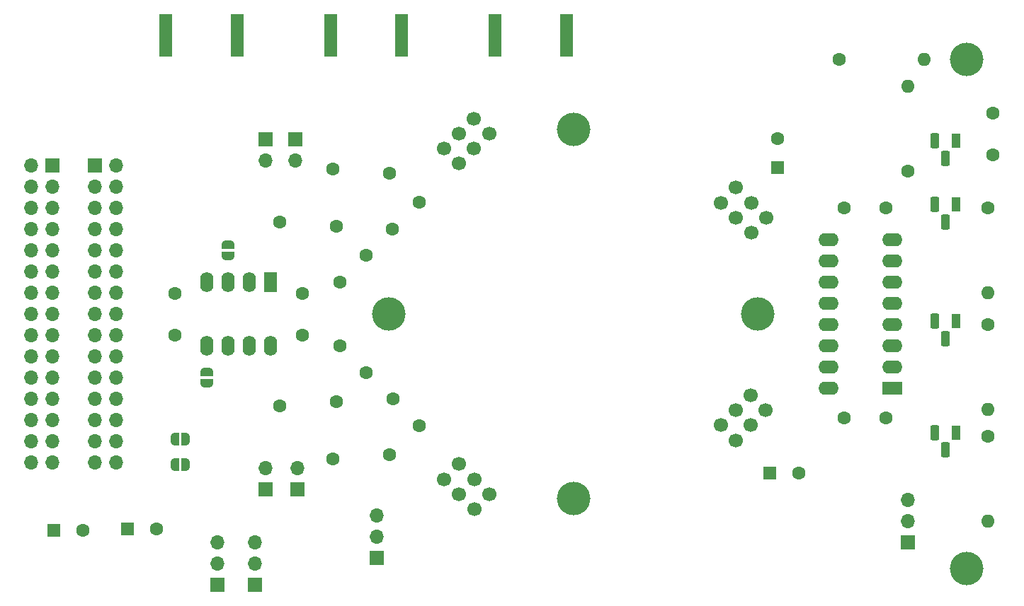
<source format=gts>
G04 #@! TF.GenerationSoftware,KiCad,Pcbnew,7.0.6*
G04 #@! TF.CreationDate,2024-05-07T04:30:38+03:00*
G04 #@! TF.ProjectId,board-main,626f6172-642d-46d6-9169-6e2e6b696361,rev?*
G04 #@! TF.SameCoordinates,Original*
G04 #@! TF.FileFunction,Soldermask,Top*
G04 #@! TF.FilePolarity,Negative*
%FSLAX46Y46*%
G04 Gerber Fmt 4.6, Leading zero omitted, Abs format (unit mm)*
G04 Created by KiCad (PCBNEW 7.0.6) date 2024-05-07 04:30:38*
%MOMM*%
%LPD*%
G01*
G04 APERTURE LIST*
G04 Aperture macros list*
%AMRoundRect*
0 Rectangle with rounded corners*
0 $1 Rounding radius*
0 $2 $3 $4 $5 $6 $7 $8 $9 X,Y pos of 4 corners*
0 Add a 4 corners polygon primitive as box body*
4,1,4,$2,$3,$4,$5,$6,$7,$8,$9,$2,$3,0*
0 Add four circle primitives for the rounded corners*
1,1,$1+$1,$2,$3*
1,1,$1+$1,$4,$5*
1,1,$1+$1,$6,$7*
1,1,$1+$1,$8,$9*
0 Add four rect primitives between the rounded corners*
20,1,$1+$1,$2,$3,$4,$5,0*
20,1,$1+$1,$4,$5,$6,$7,0*
20,1,$1+$1,$6,$7,$8,$9,0*
20,1,$1+$1,$8,$9,$2,$3,0*%
%AMHorizOval*
0 Thick line with rounded ends*
0 $1 width*
0 $2 $3 position (X,Y) of the first rounded end (center of the circle)*
0 $4 $5 position (X,Y) of the second rounded end (center of the circle)*
0 Add line between two ends*
20,1,$1,$2,$3,$4,$5,0*
0 Add two circle primitives to create the rounded ends*
1,1,$1,$2,$3*
1,1,$1,$4,$5*%
%AMFreePoly0*
4,1,19,0.500000,-0.750000,0.000000,-0.750000,0.000000,-0.744911,-0.071157,-0.744911,-0.207708,-0.704816,-0.327430,-0.627875,-0.420627,-0.520320,-0.479746,-0.390866,-0.500000,-0.250000,-0.500000,0.250000,-0.479746,0.390866,-0.420627,0.520320,-0.327430,0.627875,-0.207708,0.704816,-0.071157,0.744911,0.000000,0.744911,0.000000,0.750000,0.500000,0.750000,0.500000,-0.750000,0.500000,-0.750000,
$1*%
%AMFreePoly1*
4,1,19,0.000000,0.744911,0.071157,0.744911,0.207708,0.704816,0.327430,0.627875,0.420627,0.520320,0.479746,0.390866,0.500000,0.250000,0.500000,-0.250000,0.479746,-0.390866,0.420627,-0.520320,0.327430,-0.627875,0.207708,-0.704816,0.071157,-0.744911,0.000000,-0.744911,0.000000,-0.750000,-0.500000,-0.750000,-0.500000,0.750000,0.000000,0.750000,0.000000,0.744911,0.000000,0.744911,
$1*%
G04 Aperture macros list end*
%ADD10C,1.600000*%
%ADD11R,1.600000X1.600000*%
%ADD12R,1.600000X2.400000*%
%ADD13O,1.600000X2.400000*%
%ADD14HorizOval,1.600000X0.000000X0.000000X0.000000X0.000000X0*%
%ADD15R,1.700000X1.700000*%
%ADD16O,1.700000X1.700000*%
%ADD17C,1.700000*%
%ADD18C,4.000000*%
%ADD19R,2.400000X1.600000*%
%ADD20O,2.400000X1.600000*%
%ADD21O,1.600000X1.600000*%
%ADD22R,1.100000X1.800000*%
%ADD23RoundRect,0.275000X0.275000X0.625000X-0.275000X0.625000X-0.275000X-0.625000X0.275000X-0.625000X0*%
%ADD24FreePoly0,180.000000*%
%ADD25FreePoly1,180.000000*%
%ADD26HorizOval,1.600000X0.000000X0.000000X0.000000X0.000000X0*%
%ADD27FreePoly0,90.000000*%
%ADD28FreePoly1,90.000000*%
%ADD29FreePoly0,270.000000*%
%ADD30FreePoly1,270.000000*%
%ADD31R,1.500000X5.080000*%
G04 APERTURE END LIST*
D10*
X77109466Y-99420534D03*
X80645000Y-95885000D03*
D11*
X45766974Y-108321974D03*
D10*
X49266974Y-108321974D03*
D12*
X62855000Y-78750000D03*
D13*
X60315000Y-78750000D03*
X57775000Y-78750000D03*
X55235000Y-78750000D03*
X55235000Y-86370000D03*
X57775000Y-86370000D03*
X60315000Y-86370000D03*
X62855000Y-86370000D03*
D10*
X149225000Y-63500000D03*
X149225000Y-58500000D03*
X63935795Y-71555795D03*
D14*
X71120000Y-78740000D03*
D15*
X65840795Y-61595000D03*
D16*
X65840795Y-64135000D03*
D10*
X70282855Y-65188434D03*
D14*
X77467060Y-72372639D03*
D11*
X123444000Y-65024000D03*
D10*
X123444000Y-61524000D03*
D15*
X36825000Y-64775000D03*
D16*
X34285000Y-64775000D03*
X36825000Y-67315000D03*
X34285000Y-67315000D03*
X36825000Y-69855000D03*
X34285000Y-69855000D03*
X36825000Y-72395000D03*
X34285000Y-72395000D03*
X36825000Y-74935000D03*
X34285000Y-74935000D03*
X36825000Y-77475000D03*
X34285000Y-77475000D03*
X36825000Y-80015000D03*
X34285000Y-80015000D03*
X36825000Y-82555000D03*
X34285000Y-82555000D03*
X36825000Y-85095000D03*
X34285000Y-85095000D03*
X36825000Y-87635000D03*
X34285000Y-87635000D03*
X36825000Y-90175000D03*
X34285000Y-90175000D03*
X36825000Y-92715000D03*
X34285000Y-92715000D03*
X36825000Y-95255000D03*
X34285000Y-95255000D03*
X36825000Y-97795000D03*
X34285000Y-97795000D03*
X36825000Y-100335000D03*
X34285000Y-100335000D03*
D10*
X136471680Y-69850000D03*
X131471680Y-69850000D03*
D15*
X66040000Y-103505000D03*
D16*
X66040000Y-100965000D03*
D10*
X51435000Y-85050000D03*
X51435000Y-80050000D03*
D17*
X85418946Y-100521929D03*
X83622895Y-102317980D03*
X87214997Y-102317980D03*
X85418946Y-104114031D03*
X89011048Y-104114031D03*
X87214997Y-105910082D03*
D15*
X41905000Y-64775000D03*
D16*
X44445000Y-64775000D03*
X41905000Y-67315000D03*
X44445000Y-67315000D03*
X41905000Y-69855000D03*
X44445000Y-69855000D03*
X41905000Y-72395000D03*
X44445000Y-72395000D03*
X41905000Y-74935000D03*
X44445000Y-74935000D03*
X41905000Y-77475000D03*
X44445000Y-77475000D03*
X41905000Y-80015000D03*
X44445000Y-80015000D03*
X41905000Y-82555000D03*
X44445000Y-82555000D03*
X41905000Y-85095000D03*
X44445000Y-85095000D03*
X41905000Y-87635000D03*
X44445000Y-87635000D03*
X41905000Y-90175000D03*
X44445000Y-90175000D03*
X41905000Y-92715000D03*
X44445000Y-92715000D03*
X41905000Y-95255000D03*
X44445000Y-95255000D03*
X41905000Y-97795000D03*
X44445000Y-97795000D03*
X41905000Y-100335000D03*
X44445000Y-100335000D03*
D18*
X146050000Y-52070000D03*
D19*
X137205062Y-91440000D03*
D20*
X137205062Y-88900000D03*
X137205062Y-86360000D03*
X137205062Y-83820000D03*
X137205062Y-81280000D03*
X137205062Y-78740000D03*
X137205062Y-76200000D03*
X137205062Y-73660000D03*
X129585062Y-73660000D03*
X129585062Y-76200000D03*
X129585062Y-78740000D03*
X129585062Y-81280000D03*
X129585062Y-83820000D03*
X129585062Y-86360000D03*
X129585062Y-88900000D03*
X129585062Y-91440000D03*
D10*
X148590000Y-83820000D03*
D21*
X148590000Y-93980000D03*
D22*
X144780000Y-96755000D03*
D23*
X143510000Y-98825000D03*
X142240000Y-96755000D03*
D24*
X52705000Y-97536000D03*
D25*
X51405000Y-97536000D03*
D17*
X122118533Y-71011052D03*
X120322482Y-72807103D03*
X118526430Y-71011052D03*
X116730379Y-69215000D03*
X120322482Y-69215000D03*
X118526430Y-67418949D03*
D18*
X99060000Y-104611732D03*
X76998268Y-82550000D03*
X99060000Y-60488268D03*
X121121732Y-82550000D03*
D24*
X52720000Y-100584000D03*
D25*
X51420000Y-100584000D03*
D10*
X139065000Y-65405001D03*
D21*
X139065000Y-55245001D03*
D10*
X130810000Y-52070000D03*
D21*
X140970000Y-52070000D03*
D15*
X60960000Y-114934999D03*
D16*
X60960000Y-112394999D03*
X60960000Y-109854999D03*
D22*
X144780000Y-83420000D03*
D23*
X143510000Y-85490000D03*
X142240000Y-83420000D03*
D10*
X70759466Y-93070534D03*
X74295000Y-89535000D03*
D17*
X88990291Y-60960707D03*
X87194240Y-59164656D03*
X87194240Y-62756758D03*
X85398189Y-60960707D03*
X85398189Y-64552809D03*
X83602138Y-62756758D03*
D10*
X70285795Y-99894205D03*
D26*
X77470000Y-92710000D03*
D22*
X144780000Y-69450000D03*
D23*
X143510000Y-71520000D03*
X142240000Y-69450000D03*
D22*
X144780000Y-61830000D03*
D23*
X143510000Y-63900000D03*
X142240000Y-61830000D03*
D27*
X57785000Y-75580000D03*
D28*
X57785000Y-74280000D03*
D15*
X75565000Y-111760000D03*
D16*
X75565000Y-109220000D03*
X75565000Y-106680000D03*
D10*
X63935795Y-93544205D03*
D26*
X71120000Y-86360000D03*
D17*
X118490022Y-97677615D03*
X116693971Y-95881564D03*
X118490022Y-94085512D03*
X120286074Y-92289461D03*
X120286074Y-95881564D03*
X122082125Y-94085512D03*
D15*
X62230000Y-103505000D03*
D16*
X62230000Y-100965000D03*
D11*
X36957000Y-108458000D03*
D10*
X40457000Y-108458000D03*
X66675000Y-85050000D03*
X66675000Y-80050000D03*
X148590000Y-69850001D03*
D21*
X148590000Y-80010001D03*
D29*
X55245000Y-89520000D03*
D30*
X55245000Y-90820000D03*
D10*
X148590000Y-97155000D03*
D21*
X148590000Y-107315000D03*
D15*
X62230000Y-61595000D03*
D16*
X62230000Y-64135000D03*
D10*
X70758958Y-72024002D03*
X74294492Y-75559536D03*
D11*
X122555000Y-101600000D03*
D10*
X126055000Y-101600000D03*
D15*
X56515000Y-114935000D03*
D16*
X56515000Y-112395000D03*
X56515000Y-109855000D03*
D15*
X139065000Y-109855000D03*
D16*
X139065000Y-107315000D03*
X139065000Y-104775000D03*
D18*
X146050000Y-113030000D03*
D10*
X77115869Y-65665869D03*
X80651403Y-69201403D03*
X131471680Y-94996000D03*
X136471680Y-94996000D03*
D31*
X50360000Y-49177500D03*
X58860000Y-49177500D03*
X89730000Y-49177500D03*
X98230000Y-49177500D03*
X70045000Y-49177500D03*
X78545000Y-49177500D03*
M02*

</source>
